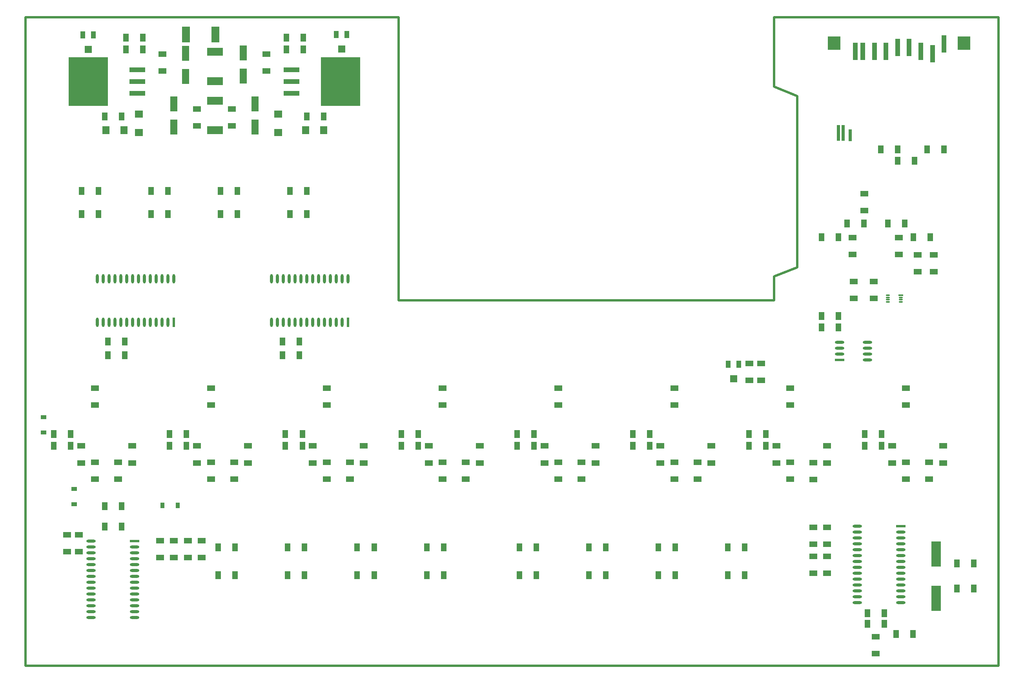
<source format=gbp>
%FSLAX25Y25*%
%MOIN*%
G70*
G01*
G75*
G04 Layer_Color=128*
%ADD10C,0.01181*%
%ADD11C,0.00787*%
%ADD12C,0.01575*%
%ADD13C,0.01000*%
%ADD14C,0.01969*%
%ADD15C,0.03543*%
%ADD16C,0.01575*%
%ADD17C,0.11811*%
%ADD18C,0.15748*%
%ADD19C,0.06299*%
%ADD20C,0.04724*%
%ADD21R,0.09449X0.12598*%
%ADD22C,0.05906*%
%ADD23R,0.05906X0.05906*%
%ADD24C,0.07874*%
%ADD25C,0.02362*%
%ADD26C,0.03150*%
%ADD27C,0.05000*%
%ADD28R,0.06890X0.13386*%
%ADD29R,0.06693X0.04921*%
%ADD30R,0.04921X0.06693*%
%ADD31R,0.04803X0.03583*%
%ADD32R,0.03583X0.04803*%
%ADD33R,0.07874X0.02362*%
%ADD34O,0.07874X0.02362*%
%ADD35R,0.07874X0.21654*%
%ADD36R,0.02756X0.09843*%
%ADD37R,0.02559X0.13780*%
%ADD38R,0.04331X0.14921*%
%ADD39R,0.10630X0.11811*%
%ADD40R,0.03937X0.01181*%
%ADD41O,0.03937X0.01181*%
%ADD42R,0.06299X0.06299*%
%ADD43R,0.04331X0.06299*%
%ADD44O,0.02362X0.07874*%
%ADD45R,0.02362X0.07874*%
%ADD46R,0.13386X0.06890*%
%ADD47R,0.06575X0.06496*%
%ADD48R,0.06496X0.06575*%
%ADD49R,0.06299X0.12598*%
%ADD50R,0.33465X0.41732*%
%ADD51R,0.13386X0.03937*%
%ADD52C,0.02362*%
%ADD53C,0.11811*%
%ADD54C,0.04343*%
%ADD55C,0.02375*%
%ADD56C,0.12611*%
%ADD57C,0.16548*%
%ADD58C,0.07099*%
%ADD59C,0.05524*%
%ADD60R,0.10249X0.13398*%
%ADD61C,0.06706*%
%ADD62R,0.06706X0.06706*%
%ADD63C,0.08674*%
%ADD64C,0.03162*%
%ADD65C,0.03950*%
%ADD66C,0.05800*%
%ADD67R,0.07690X0.14186*%
%ADD68R,0.07493X0.05721*%
%ADD69R,0.05721X0.07493*%
%ADD70R,0.05603X0.04383*%
%ADD71R,0.04383X0.05603*%
%ADD72R,0.08674X0.03162*%
%ADD73O,0.08674X0.03162*%
%ADD74R,0.08674X0.22453*%
%ADD75R,0.03556X0.10642*%
%ADD76R,0.03359X0.14579*%
%ADD77R,0.05131X0.15721*%
%ADD78R,0.11430X0.12611*%
%ADD79R,0.04737X0.01981*%
%ADD80O,0.04737X0.01981*%
%ADD81R,0.07099X0.07099*%
%ADD82R,0.05131X0.07099*%
%ADD83O,0.03162X0.08674*%
%ADD84R,0.03162X0.08674*%
%ADD85R,0.14186X0.07690*%
%ADD86R,0.07375X0.07296*%
%ADD87R,0.07296X0.07375*%
%ADD88R,0.07099X0.13398*%
%ADD89R,0.34265X0.42532*%
%ADD90R,0.14186X0.04737*%
D14*
X-0Y551181D02*
X-0D01*
Y0D02*
Y551181D01*
Y0D02*
X826772D01*
Y551181D01*
X635827D02*
X826772D01*
X635827Y492126D02*
Y551181D01*
X316929Y310630D02*
X635827D01*
X316929D02*
X316929D01*
X316929D02*
Y551181D01*
X-0Y551181D02*
X316929D01*
X655512Y338583D02*
Y484252D01*
X635827Y492126D02*
X655512Y484252D01*
X635827Y310630D02*
Y330709D01*
X635827Y330709D02*
X655512Y338583D01*
D28*
X161339Y536614D02*
D03*
X136299D02*
D03*
D29*
X114173Y91733D02*
D03*
Y106103D02*
D03*
X125984Y91733D02*
D03*
Y106103D02*
D03*
X137795Y91733D02*
D03*
Y106103D02*
D03*
X149606Y91733D02*
D03*
Y106103D02*
D03*
X748032Y158563D02*
D03*
Y172933D02*
D03*
X767717Y158563D02*
D03*
Y172933D02*
D03*
X736221Y186713D02*
D03*
Y172343D02*
D03*
X779528D02*
D03*
Y186713D02*
D03*
X649607Y158563D02*
D03*
Y172933D02*
D03*
X669291Y158170D02*
D03*
Y172540D02*
D03*
X637795Y186713D02*
D03*
Y172343D02*
D03*
X681103D02*
D03*
Y186713D02*
D03*
X551181Y158563D02*
D03*
Y172933D02*
D03*
X570866Y158563D02*
D03*
Y172933D02*
D03*
X539370Y186713D02*
D03*
Y172343D02*
D03*
X582677D02*
D03*
Y186713D02*
D03*
X440945D02*
D03*
Y172343D02*
D03*
X452756Y158563D02*
D03*
Y172933D02*
D03*
X472441Y158563D02*
D03*
Y172933D02*
D03*
X484252Y172343D02*
D03*
Y186713D02*
D03*
X354331Y158563D02*
D03*
Y172933D02*
D03*
X374016Y158563D02*
D03*
Y172933D02*
D03*
X385827Y172343D02*
D03*
Y186713D02*
D03*
X342520D02*
D03*
Y172343D02*
D03*
X244094Y186713D02*
D03*
Y172343D02*
D03*
X287402D02*
D03*
Y186713D02*
D03*
X275591Y158563D02*
D03*
Y172933D02*
D03*
X255906Y158563D02*
D03*
Y172933D02*
D03*
X177165Y158563D02*
D03*
Y172933D02*
D03*
X188977Y172343D02*
D03*
Y186713D02*
D03*
X157481Y158563D02*
D03*
Y172933D02*
D03*
X145669Y186713D02*
D03*
Y172343D02*
D03*
X78740Y158563D02*
D03*
Y172933D02*
D03*
X90551Y172343D02*
D03*
Y186713D02*
D03*
X59055Y158563D02*
D03*
Y172933D02*
D03*
X47244Y186713D02*
D03*
Y172343D02*
D03*
X45276Y111122D02*
D03*
Y96752D02*
D03*
X35433Y96752D02*
D03*
Y111122D02*
D03*
X681103Y103051D02*
D03*
Y117421D02*
D03*
X669291Y103051D02*
D03*
Y117421D02*
D03*
X681103Y92913D02*
D03*
Y78543D02*
D03*
X722441Y24508D02*
D03*
Y10138D02*
D03*
X742126Y349508D02*
D03*
Y363878D02*
D03*
X702756D02*
D03*
Y349508D02*
D03*
X757874Y334941D02*
D03*
Y349311D02*
D03*
X771653Y334941D02*
D03*
Y349311D02*
D03*
X712598Y401280D02*
D03*
Y386910D02*
D03*
X703543Y326477D02*
D03*
Y312106D02*
D03*
X720473Y326477D02*
D03*
Y312107D02*
D03*
X59055Y235925D02*
D03*
Y221555D02*
D03*
X157480Y235925D02*
D03*
Y221555D02*
D03*
X255906Y235925D02*
D03*
Y221555D02*
D03*
X354331Y235925D02*
D03*
Y221555D02*
D03*
X452756Y235925D02*
D03*
Y221555D02*
D03*
X551181Y235925D02*
D03*
Y221555D02*
D03*
X748032Y235925D02*
D03*
Y221555D02*
D03*
X649606Y235925D02*
D03*
Y221555D02*
D03*
X614961Y256792D02*
D03*
Y242421D02*
D03*
X624803Y256792D02*
D03*
Y242421D02*
D03*
X175197Y473327D02*
D03*
Y458957D02*
D03*
X145669Y473327D02*
D03*
Y458957D02*
D03*
X204725Y505414D02*
D03*
Y519784D02*
D03*
X116142Y505414D02*
D03*
Y519784D02*
D03*
X669291Y78543D02*
D03*
Y92913D02*
D03*
D30*
X178051Y100394D02*
D03*
X163681D02*
D03*
X237106D02*
D03*
X222736D02*
D03*
X296162D02*
D03*
X281791D02*
D03*
X355217Y100394D02*
D03*
X340846D02*
D03*
X433957D02*
D03*
X419587D02*
D03*
X493012Y100394D02*
D03*
X478642D02*
D03*
X552067D02*
D03*
X537697D02*
D03*
X611122D02*
D03*
X596752D02*
D03*
X611122Y76772D02*
D03*
X596752D02*
D03*
X552067D02*
D03*
X537697D02*
D03*
X493012D02*
D03*
X478642D02*
D03*
X433957D02*
D03*
X419587D02*
D03*
X355217D02*
D03*
X340846D02*
D03*
X296162D02*
D03*
X281791D02*
D03*
X237106D02*
D03*
X222736D02*
D03*
X178051D02*
D03*
X163681D02*
D03*
X239075Y403544D02*
D03*
X224705D02*
D03*
X239075Y383858D02*
D03*
X224705D02*
D03*
X180020D02*
D03*
X165650D02*
D03*
X180020Y403543D02*
D03*
X165650D02*
D03*
X120965D02*
D03*
X106595D02*
D03*
X120965Y383859D02*
D03*
X106595D02*
D03*
X61910D02*
D03*
X47539D02*
D03*
X61910Y403543D02*
D03*
X47539D02*
D03*
X712894Y187008D02*
D03*
X727264D02*
D03*
X712894Y196851D02*
D03*
X727264D02*
D03*
X614468Y187008D02*
D03*
X628838D02*
D03*
X614468Y196851D02*
D03*
X628838D02*
D03*
X516043D02*
D03*
X530413D02*
D03*
X516043Y187008D02*
D03*
X530413D02*
D03*
X417618D02*
D03*
X431988D02*
D03*
X417618Y196851D02*
D03*
X431988D02*
D03*
X319193Y187008D02*
D03*
X333563D02*
D03*
X319193Y196851D02*
D03*
X333563D02*
D03*
X220768Y187008D02*
D03*
X235138D02*
D03*
X220768Y196851D02*
D03*
X235138D02*
D03*
X122343Y187008D02*
D03*
X136713D02*
D03*
X122343Y196851D02*
D03*
X136713D02*
D03*
X23918Y187008D02*
D03*
X38287D02*
D03*
X23918Y196851D02*
D03*
X38287D02*
D03*
X67225Y135433D02*
D03*
X81595D02*
D03*
X67225Y118110D02*
D03*
X81595D02*
D03*
X805610Y65355D02*
D03*
X791240D02*
D03*
X805610Y87008D02*
D03*
X791240D02*
D03*
X715256Y44488D02*
D03*
X729626D02*
D03*
X715256Y35433D02*
D03*
X729626D02*
D03*
X754036Y26772D02*
D03*
X739666D02*
D03*
X746949Y375985D02*
D03*
X732579D02*
D03*
X768602Y364174D02*
D03*
X754232D02*
D03*
X697933Y375984D02*
D03*
X712303D02*
D03*
X676280Y364173D02*
D03*
X690650D02*
D03*
X740846Y429134D02*
D03*
X755217D02*
D03*
X766044Y438976D02*
D03*
X780413D02*
D03*
X741043Y438977D02*
D03*
X726673D02*
D03*
X690650Y287402D02*
D03*
X676280D02*
D03*
X690650Y297244D02*
D03*
X676280D02*
D03*
X218406Y263780D02*
D03*
X232776D02*
D03*
X218406Y275591D02*
D03*
X232776D02*
D03*
X69980Y263780D02*
D03*
X84351D02*
D03*
X69980Y275591D02*
D03*
X84351D02*
D03*
X238878Y466929D02*
D03*
X253248D02*
D03*
X235925Y533859D02*
D03*
X221555D02*
D03*
X235925Y524016D02*
D03*
X221555D02*
D03*
X99705Y533858D02*
D03*
X85335D02*
D03*
Y524016D02*
D03*
X99705D02*
D03*
X81595Y466929D02*
D03*
X67225D02*
D03*
D31*
X41339Y150138D02*
D03*
Y137264D02*
D03*
X15355Y198287D02*
D03*
Y211162D02*
D03*
D32*
X116398Y136221D02*
D03*
X129272D02*
D03*
D33*
X92520Y105906D02*
D03*
X743701Y118504D02*
D03*
X691732Y259843D02*
D03*
D34*
X92520Y100906D02*
D03*
Y95906D02*
D03*
Y90906D02*
D03*
Y85906D02*
D03*
Y80906D02*
D03*
Y75906D02*
D03*
Y70906D02*
D03*
Y65906D02*
D03*
Y60906D02*
D03*
Y55906D02*
D03*
Y50906D02*
D03*
Y45906D02*
D03*
Y40906D02*
D03*
X55512Y105906D02*
D03*
Y100906D02*
D03*
Y95906D02*
D03*
Y90906D02*
D03*
Y85906D02*
D03*
Y80906D02*
D03*
Y75906D02*
D03*
Y70906D02*
D03*
Y65906D02*
D03*
Y60906D02*
D03*
Y55906D02*
D03*
Y50906D02*
D03*
Y45906D02*
D03*
Y40906D02*
D03*
X743701Y113504D02*
D03*
Y108504D02*
D03*
Y103504D02*
D03*
Y98504D02*
D03*
Y93504D02*
D03*
Y88504D02*
D03*
Y83504D02*
D03*
Y78504D02*
D03*
Y73504D02*
D03*
Y68504D02*
D03*
Y63504D02*
D03*
Y58504D02*
D03*
Y53504D02*
D03*
X706693Y118504D02*
D03*
Y113504D02*
D03*
Y108504D02*
D03*
Y103504D02*
D03*
Y98504D02*
D03*
Y93504D02*
D03*
Y88504D02*
D03*
Y83504D02*
D03*
Y78504D02*
D03*
Y73504D02*
D03*
Y68504D02*
D03*
Y63504D02*
D03*
Y58504D02*
D03*
Y53504D02*
D03*
X715354Y274843D02*
D03*
Y269843D02*
D03*
Y264843D02*
D03*
Y259843D02*
D03*
X691732Y274843D02*
D03*
Y269843D02*
D03*
Y264843D02*
D03*
D35*
X773622Y57284D02*
D03*
Y94685D02*
D03*
D36*
X700591Y450984D02*
D03*
D37*
X694685Y452953D02*
D03*
X690748D02*
D03*
D38*
X705118Y522244D02*
D03*
X711417D02*
D03*
X721260D02*
D03*
X731102D02*
D03*
X740945Y525394D02*
D03*
X750787D02*
D03*
X760630Y522244D02*
D03*
X770472Y520276D02*
D03*
X780315Y528544D02*
D03*
D39*
X686811Y529331D02*
D03*
X797441D02*
D03*
D40*
X743701Y314961D02*
D03*
D41*
Y312993D02*
D03*
Y311024D02*
D03*
Y309055D02*
D03*
X732677Y314961D02*
D03*
Y312993D02*
D03*
Y311024D02*
D03*
Y309055D02*
D03*
D42*
X601575Y243898D02*
D03*
X268504Y524213D02*
D03*
X53150Y523819D02*
D03*
D43*
X597047Y256103D02*
D03*
X606102D02*
D03*
X263977Y536418D02*
D03*
X273032D02*
D03*
X48622Y536024D02*
D03*
X57677D02*
D03*
D44*
X209016Y328740D02*
D03*
X214016D02*
D03*
X219016D02*
D03*
X224016D02*
D03*
X229016D02*
D03*
X234016D02*
D03*
X239016D02*
D03*
X244016D02*
D03*
X249016D02*
D03*
X254016D02*
D03*
X259016D02*
D03*
X264016D02*
D03*
X269016D02*
D03*
X274016D02*
D03*
X209016Y291732D02*
D03*
X214016D02*
D03*
X219016D02*
D03*
X224016D02*
D03*
X229016D02*
D03*
X234016D02*
D03*
X239016D02*
D03*
X244016D02*
D03*
X249016D02*
D03*
X254016D02*
D03*
X259016D02*
D03*
X264016D02*
D03*
X269016D02*
D03*
X60984Y328740D02*
D03*
X65984D02*
D03*
X70984D02*
D03*
X75984D02*
D03*
X80984D02*
D03*
X85984D02*
D03*
X90984D02*
D03*
X95984D02*
D03*
X100984D02*
D03*
X105984D02*
D03*
X110984D02*
D03*
X115984D02*
D03*
X120984D02*
D03*
X125984D02*
D03*
X60984Y291733D02*
D03*
X65984D02*
D03*
X70984D02*
D03*
X75984D02*
D03*
X80984D02*
D03*
X85984D02*
D03*
X90984D02*
D03*
X95984D02*
D03*
X100984D02*
D03*
X105984D02*
D03*
X110984D02*
D03*
X115984D02*
D03*
X120984D02*
D03*
D45*
X274016Y291732D02*
D03*
X125984Y291733D02*
D03*
D46*
X161024Y455197D02*
D03*
Y480236D02*
D03*
Y496929D02*
D03*
Y521969D02*
D03*
D47*
X214567Y453307D02*
D03*
Y468740D02*
D03*
X96457Y453307D02*
D03*
Y468740D02*
D03*
D48*
X237953Y455118D02*
D03*
X253386D02*
D03*
X83701Y455118D02*
D03*
X68268D02*
D03*
D49*
X194882Y457874D02*
D03*
Y477559D02*
D03*
X185039Y520866D02*
D03*
Y501181D02*
D03*
X135827Y520473D02*
D03*
Y500788D02*
D03*
X125984Y457874D02*
D03*
Y477559D02*
D03*
D50*
X267717Y496457D02*
D03*
X53150D02*
D03*
D51*
X225984Y486457D02*
D03*
Y496457D02*
D03*
Y506457D02*
D03*
X94882D02*
D03*
Y496457D02*
D03*
Y486457D02*
D03*
M02*

</source>
